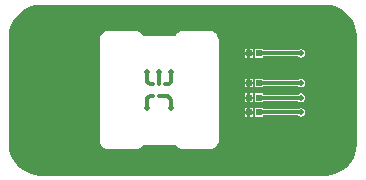
<source format=gtl>
G04*
G04 #@! TF.GenerationSoftware,Altium Limited,Altium Designer,20.0.13 (296)*
G04*
G04 Layer_Physical_Order=1*
G04 Layer_Color=255*
%FSLAX25Y25*%
%MOIN*%
G70*
G01*
G75*
%ADD12C,0.01035*%
%ADD13R,0.01850X0.02047*%
%ADD17C,0.01181*%
%ADD18C,0.19685*%
%ADD19C,0.01968*%
G36*
X108412Y57867D02*
X109781Y57500D01*
X111090Y56958D01*
X112316Y56249D01*
X113440Y55387D01*
X114442Y54385D01*
X115305Y53261D01*
X116013Y52034D01*
X116555Y50726D01*
X116922Y49357D01*
X117107Y47952D01*
Y47244D01*
Y11811D01*
Y11103D01*
X116922Y9698D01*
X116555Y8330D01*
X116013Y7021D01*
X115305Y5794D01*
X114442Y4670D01*
X113440Y3668D01*
X112316Y2806D01*
X111090Y2097D01*
X109781Y1555D01*
X108412Y1188D01*
X107008Y1003D01*
X106299Y1003D01*
X11103D01*
X9698Y1188D01*
X8330Y1555D01*
X7021Y2097D01*
X5794Y2806D01*
X4670Y3668D01*
X3668Y4670D01*
X2806Y5794D01*
X2097Y7021D01*
X1555Y8330D01*
X1188Y9698D01*
X1003Y11103D01*
Y11811D01*
Y47244D01*
Y47952D01*
X1188Y49357D01*
X1555Y50726D01*
X2097Y52034D01*
X2806Y53261D01*
X3668Y54385D01*
X4670Y55387D01*
X5794Y56249D01*
X7021Y56958D01*
X8330Y57500D01*
X9698Y57867D01*
X11103Y58052D01*
X11811Y58052D01*
X107008D01*
X108412Y57867D01*
D02*
G37*
%LPC*%
G36*
X68392Y49233D02*
X68392D01*
D01*
X58860D01*
D01*
X58860D01*
X58476Y49157D01*
X57752Y48857D01*
X57557Y48727D01*
X57426Y48640D01*
X56872Y48085D01*
Y48085D01*
X56872D01*
X56764Y47924D01*
X56655Y47760D01*
Y47760D01*
X56655Y47760D01*
X56618Y47670D01*
X45744D01*
X45707Y47760D01*
X45577Y47955D01*
X45490Y48085D01*
X44936Y48640D01*
X44610Y48857D01*
X43886Y49157D01*
X43502Y49233D01*
X43502D01*
D01*
X33970D01*
D01*
X33970D01*
X33586Y49157D01*
X32862Y48857D01*
X32667Y48727D01*
X32537Y48640D01*
X31982Y48085D01*
Y48085D01*
X31982D01*
X31874Y47924D01*
X31765Y47760D01*
Y47760D01*
X31765Y47760D01*
X31465Y47036D01*
X31389Y46652D01*
Y46260D01*
Y12795D01*
Y12403D01*
X31465Y12019D01*
X31765Y11295D01*
X31873Y11134D01*
X31982Y10970D01*
X32537Y10416D01*
X32537D01*
Y10416D01*
X32698Y10308D01*
X32862Y10198D01*
X32862D01*
X32862Y10198D01*
X33586Y9898D01*
X33970Y9822D01*
X43502D01*
X43886Y9898D01*
X44610Y10198D01*
X44772Y10306D01*
X44936Y10416D01*
X45490Y10970D01*
X45707Y11295D01*
X45745Y11385D01*
X56618D01*
X56655Y11295D01*
X56763Y11134D01*
X56872Y10970D01*
X57426Y10416D01*
X57427D01*
Y10416D01*
X57588Y10308D01*
X57752Y10198D01*
X57752D01*
X57752Y10198D01*
X58476Y9898D01*
X58860Y9822D01*
X68392D01*
X68776Y9898D01*
X69500Y10198D01*
X69662Y10306D01*
X69826Y10416D01*
X70380Y10970D01*
X70597Y11295D01*
X70897Y12019D01*
X70973Y12403D01*
Y12403D01*
D01*
Y12795D01*
Y46260D01*
Y46652D01*
D01*
Y46652D01*
X70897Y47036D01*
X70597Y47760D01*
X70467Y47955D01*
X70380Y48085D01*
X69826Y48640D01*
X69500Y48857D01*
X68776Y49157D01*
X68392Y49233D01*
D02*
G37*
G36*
X82303Y43191D02*
X81378D01*
Y42167D01*
X82303D01*
Y43191D01*
D02*
G37*
G36*
X80590D02*
X79665D01*
Y42167D01*
X80590D01*
Y43191D01*
D02*
G37*
G36*
X85689D02*
X83051D01*
Y40356D01*
X85689D01*
Y40770D01*
X97447D01*
X97887Y40475D01*
X98425Y40368D01*
X98963Y40475D01*
X99419Y40780D01*
X99723Y41236D01*
X99830Y41773D01*
X99723Y42311D01*
X99419Y42767D01*
X98963Y43071D01*
X98425Y43178D01*
X97887Y43071D01*
X97447Y42777D01*
X85689D01*
Y43191D01*
D02*
G37*
G36*
X82303Y41379D02*
X81378D01*
Y40356D01*
X82303D01*
Y41379D01*
D02*
G37*
G36*
X80590D02*
X79665D01*
Y40356D01*
X80590D01*
Y41379D01*
D02*
G37*
G36*
X82303Y33348D02*
X81378D01*
Y32324D01*
X82303D01*
Y33348D01*
D02*
G37*
G36*
X80590D02*
X79665D01*
Y32324D01*
X80590D01*
Y33348D01*
D02*
G37*
G36*
X85689D02*
X83051D01*
Y30513D01*
X85689D01*
Y30927D01*
X97447D01*
X97887Y30633D01*
X98425Y30526D01*
X98963Y30633D01*
X99419Y30937D01*
X99723Y31393D01*
X99830Y31931D01*
X99723Y32468D01*
X99419Y32924D01*
X98963Y33229D01*
X98425Y33336D01*
X97887Y33229D01*
X97447Y32934D01*
X85689D01*
Y33348D01*
D02*
G37*
G36*
X82303Y31537D02*
X81378D01*
Y30513D01*
X82303D01*
Y31537D01*
D02*
G37*
G36*
X80590D02*
X79665D01*
Y30513D01*
X80590D01*
Y31537D01*
D02*
G37*
G36*
X82303Y28427D02*
X81378D01*
Y27403D01*
X82303D01*
Y28427D01*
D02*
G37*
G36*
X80590D02*
X79665D01*
Y27403D01*
X80590D01*
Y28427D01*
D02*
G37*
G36*
X85689D02*
X83051D01*
Y25592D01*
X85689D01*
Y26006D01*
X97447D01*
X97887Y25712D01*
X98425Y25605D01*
X98963Y25712D01*
X99419Y26016D01*
X99723Y26472D01*
X99830Y27009D01*
X99723Y27547D01*
X99419Y28003D01*
X98963Y28308D01*
X98425Y28414D01*
X97887Y28308D01*
X97447Y28013D01*
X85689D01*
Y28427D01*
D02*
G37*
G36*
X82303Y26616D02*
X81378D01*
Y25592D01*
X82303D01*
Y26616D01*
D02*
G37*
G36*
X80590D02*
X79665D01*
Y25592D01*
X80590D01*
Y26616D01*
D02*
G37*
G36*
X82303Y23505D02*
X81378D01*
Y22482D01*
X82303D01*
Y23505D01*
D02*
G37*
G36*
X80590D02*
X79665D01*
Y22482D01*
X80590D01*
Y23505D01*
D02*
G37*
G36*
X85689D02*
X83051D01*
Y20671D01*
X85689D01*
Y21085D01*
X97447D01*
X97887Y20790D01*
X98425Y20683D01*
X98963Y20790D01*
X99419Y21095D01*
X99723Y21551D01*
X99830Y22088D01*
X99723Y22626D01*
X99419Y23082D01*
X98963Y23386D01*
X98425Y23493D01*
X97887Y23386D01*
X97447Y23092D01*
X85689D01*
Y23505D01*
D02*
G37*
G36*
X82303Y21695D02*
X81378D01*
Y20671D01*
X82303D01*
Y21695D01*
D02*
G37*
G36*
X80590D02*
X79665D01*
Y20671D01*
X80590D01*
Y21695D01*
D02*
G37*
%LPD*%
D12*
X49213Y27559D02*
D03*
X51181D02*
D03*
X53150D02*
D03*
X49213Y31496D02*
D03*
X51181D02*
D03*
X53150D02*
D03*
D13*
X80984Y41773D02*
D03*
X84370D02*
D03*
Y22088D02*
D03*
X80984D02*
D03*
X84370Y27009D02*
D03*
X80984D02*
D03*
X84370Y31931D02*
D03*
X80984D02*
D03*
D17*
X53150Y31496D02*
X54426D01*
X55118Y32188D01*
Y35433D01*
X48004Y31496D02*
X49213D01*
X47244Y32256D02*
Y35433D01*
Y32256D02*
X48004Y31496D01*
X53150Y27559D02*
X53941D01*
X51181D02*
X53150D01*
X55118Y23622D02*
Y26382D01*
X53941Y27559D02*
X55118Y26382D01*
X48059Y27559D02*
X49213D01*
X47244Y26744D02*
X48059Y27559D01*
X47244Y23622D02*
Y26744D01*
X84370Y41773D02*
X98425D01*
X51181Y31496D02*
Y35433D01*
X84370Y22088D02*
X98425D01*
X84370Y27009D02*
X98425D01*
X84370Y31931D02*
X98425D01*
D18*
X15748Y29528D02*
D03*
D19*
X14500Y12000D02*
D03*
X33500Y6000D02*
D03*
X39500Y55000D02*
D03*
X107000Y18500D02*
D03*
X106500Y43000D02*
D03*
X84000Y55000D02*
D03*
X74500Y46500D02*
D03*
X80000Y12000D02*
D03*
X55118Y7874D02*
D03*
Y23622D02*
D03*
X47244D02*
D03*
X55118Y35433D02*
D03*
X51181D02*
D03*
X47244D02*
D03*
X98425Y41773D02*
D03*
Y22088D02*
D03*
Y27009D02*
D03*
Y31931D02*
D03*
M02*

</source>
